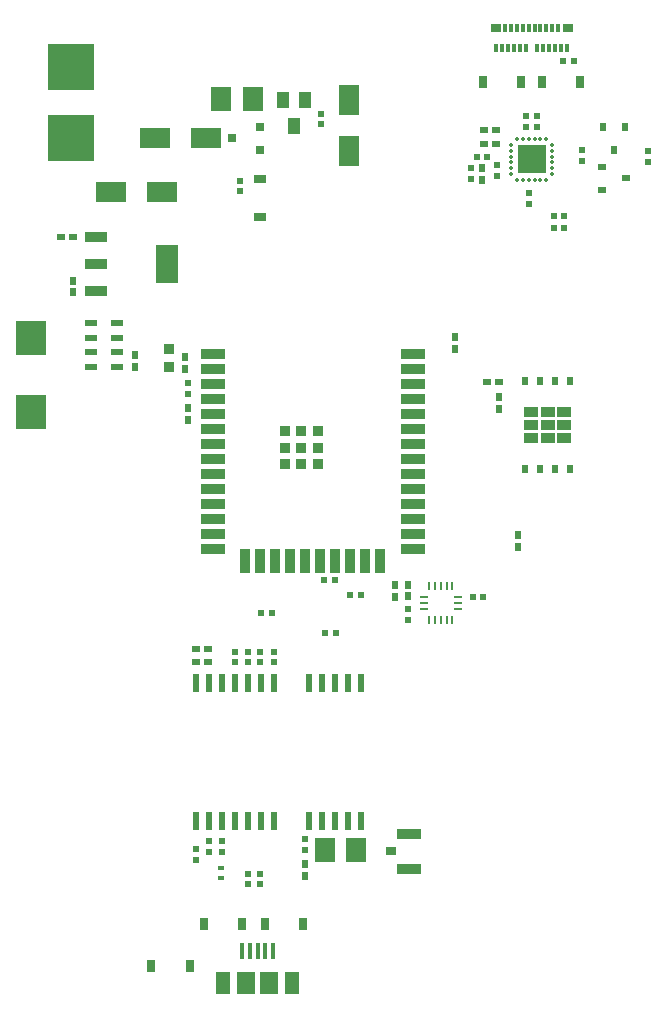
<source format=gtp>
G04*
G04 #@! TF.GenerationSoftware,Altium Limited,Altium Designer,22.5.1 (42)*
G04*
G04 Layer_Color=8421504*
%FSLAX25Y25*%
%MOIN*%
G70*
G04*
G04 #@! TF.SameCoordinates,59F3AC89-7B28-4FAD-B6AF-993134B08C1D*
G04*
G04*
G04 #@! TF.FilePolarity,Positive*
G04*
G01*
G75*
%ADD21R,0.04842X0.03661*%
%ADD22R,0.04842X0.03661*%
%ADD23R,0.03347X0.03150*%
%ADD24R,0.07874X0.03543*%
%ADD25R,0.01968X0.02559*%
%ADD26R,0.01000X0.02800*%
%ADD27R,0.02800X0.01000*%
%ADD28R,0.02362X0.03150*%
G04:AMPARAMS|DCode=29|XSize=21.65mil|YSize=19.68mil|CornerRadius=2.46mil|HoleSize=0mil|Usage=FLASHONLY|Rotation=90.000|XOffset=0mil|YOffset=0mil|HoleType=Round|Shape=RoundedRectangle|*
%AMROUNDEDRECTD29*
21,1,0.02165,0.01476,0,0,90.0*
21,1,0.01673,0.01968,0,0,90.0*
1,1,0.00492,0.00738,0.00837*
1,1,0.00492,0.00738,-0.00837*
1,1,0.00492,-0.00738,-0.00837*
1,1,0.00492,-0.00738,0.00837*
%
%ADD29ROUNDEDRECTD29*%
%ADD30R,0.02362X0.06299*%
%ADD31R,0.04331X0.02362*%
%ADD32R,0.10039X0.11614*%
%ADD33R,0.03150X0.03937*%
%ADD34R,0.07000X0.08000*%
%ADD35R,0.03937X0.05512*%
%ADD36R,0.10433X0.06890*%
%ADD37R,0.02362X0.01575*%
%ADD38R,0.07874X0.03543*%
%ADD39R,0.03543X0.07874*%
%ADD40R,0.03543X0.03543*%
%ADD41R,0.09646X0.09646*%
%ADD42O,0.01772X0.01378*%
%ADD43O,0.01378X0.01772*%
%ADD44R,0.15748X0.15748*%
%ADD45R,0.03740X0.03740*%
%ADD46R,0.02441X0.02953*%
%ADD47R,0.07480X0.03543*%
%ADD48R,0.07480X0.12598*%
%ADD49R,0.03150X0.03150*%
%ADD50R,0.03543X0.02756*%
%ADD51R,0.01181X0.02756*%
%ADD52R,0.01575X0.05315*%
%ADD53R,0.05906X0.07480*%
%ADD54R,0.04724X0.07480*%
%ADD55R,0.02953X0.02441*%
%ADD56R,0.06890X0.10433*%
%ADD57R,0.03150X0.02362*%
G04:AMPARAMS|DCode=58|XSize=21.65mil|YSize=19.68mil|CornerRadius=2.46mil|HoleSize=0mil|Usage=FLASHONLY|Rotation=0.000|XOffset=0mil|YOffset=0mil|HoleType=Round|Shape=RoundedRectangle|*
%AMROUNDEDRECTD58*
21,1,0.02165,0.01476,0,0,0.0*
21,1,0.01673,0.01968,0,0,0.0*
1,1,0.00492,0.00837,-0.00738*
1,1,0.00492,-0.00837,-0.00738*
1,1,0.00492,-0.00837,0.00738*
1,1,0.00492,0.00837,0.00738*
%
%ADD58ROUNDEDRECTD58*%
%ADD59R,0.03937X0.03150*%
D21*
X936714Y645956D02*
D03*
X931084D02*
D03*
X925454D02*
D03*
D22*
X936714Y641507D02*
D03*
X931084D02*
D03*
X925454Y641507D02*
D03*
X936714Y637058D02*
D03*
X931084Y637058D02*
D03*
X925454Y637058D02*
D03*
D23*
X878896Y499393D02*
D03*
D24*
X884900Y493487D02*
D03*
Y505299D02*
D03*
D25*
X938584Y656291D02*
D03*
X933584D02*
D03*
X928584D02*
D03*
X923584D02*
D03*
X938584Y626724D02*
D03*
X933584D02*
D03*
X928584D02*
D03*
X923584D02*
D03*
D26*
X891600Y576600D02*
D03*
X893500D02*
D03*
X895500D02*
D03*
X897500D02*
D03*
X899400D02*
D03*
Y587800D02*
D03*
X897500D02*
D03*
X895500D02*
D03*
X893500D02*
D03*
X891600D02*
D03*
D27*
X901100Y580200D02*
D03*
Y582200D02*
D03*
Y584200D02*
D03*
X889900D02*
D03*
Y582200D02*
D03*
Y580200D02*
D03*
D28*
X949539Y740952D02*
D03*
X957019D02*
D03*
X953279Y732999D02*
D03*
D29*
X860472Y572100D02*
D03*
X856928D02*
D03*
X860172Y589700D02*
D03*
X856628D02*
D03*
X865400Y584700D02*
D03*
X868943D02*
D03*
X911070Y730974D02*
D03*
X907527D02*
D03*
X936672Y707200D02*
D03*
X933128D02*
D03*
X936672Y711200D02*
D03*
X933128D02*
D03*
X906128Y584200D02*
D03*
X909672D02*
D03*
X936208Y762743D02*
D03*
X939751D02*
D03*
X839172Y578700D02*
D03*
X835628D02*
D03*
D30*
X813841Y509639D02*
D03*
X818172D02*
D03*
X822502D02*
D03*
X826833D02*
D03*
X835495D02*
D03*
X839825D02*
D03*
X851636D02*
D03*
X855967D02*
D03*
X860298D02*
D03*
X864628D02*
D03*
X868959D02*
D03*
Y555639D02*
D03*
X864628D02*
D03*
X860298D02*
D03*
X855967D02*
D03*
X851636D02*
D03*
X839825D02*
D03*
X835495D02*
D03*
X831164D02*
D03*
X826833D02*
D03*
X822502D02*
D03*
X818172D02*
D03*
X813841D02*
D03*
X831164Y509639D02*
D03*
D31*
X787565Y675543D02*
D03*
Y670621D02*
D03*
Y665700D02*
D03*
Y660779D02*
D03*
X778904Y675543D02*
D03*
Y670621D02*
D03*
Y665700D02*
D03*
Y660779D02*
D03*
D32*
X758900Y645897D02*
D03*
Y670503D02*
D03*
D33*
X829404Y475139D02*
D03*
X816648D02*
D03*
X909651Y755700D02*
D03*
X922406D02*
D03*
X811778Y461139D02*
D03*
X799022D02*
D03*
X929143Y755700D02*
D03*
X941899D02*
D03*
X836963Y475139D02*
D03*
X849719D02*
D03*
D34*
X822400Y750200D02*
D03*
X832900D02*
D03*
X867400Y499700D02*
D03*
X856900D02*
D03*
D35*
X846538Y741145D02*
D03*
X850278Y749806D02*
D03*
X842798D02*
D03*
D36*
X817136Y737011D02*
D03*
X800207D02*
D03*
X785711Y719169D02*
D03*
X802640D02*
D03*
D37*
X822400Y493972D02*
D03*
Y490428D02*
D03*
D38*
X886365Y665209D02*
D03*
Y660209D02*
D03*
Y655209D02*
D03*
Y650209D02*
D03*
Y645209D02*
D03*
Y640209D02*
D03*
Y635209D02*
D03*
Y630209D02*
D03*
Y625209D02*
D03*
Y620209D02*
D03*
Y615209D02*
D03*
Y610209D02*
D03*
Y605209D02*
D03*
Y600209D02*
D03*
X819435D02*
D03*
Y605209D02*
D03*
Y610209D02*
D03*
Y615209D02*
D03*
Y620209D02*
D03*
Y625209D02*
D03*
Y630209D02*
D03*
Y635209D02*
D03*
Y640209D02*
D03*
Y645209D02*
D03*
Y650209D02*
D03*
Y655209D02*
D03*
Y660209D02*
D03*
Y665209D02*
D03*
D39*
X875400Y596272D02*
D03*
X870400D02*
D03*
X865400D02*
D03*
X860400D02*
D03*
X855400D02*
D03*
X850400D02*
D03*
X845400D02*
D03*
X840400D02*
D03*
X835400D02*
D03*
X830400D02*
D03*
D40*
X848963Y628457D02*
D03*
D03*
Y633968D02*
D03*
Y639480D02*
D03*
X854475Y628457D02*
D03*
Y633968D02*
D03*
Y639480D02*
D03*
X843451Y628457D02*
D03*
Y633968D02*
D03*
Y639480D02*
D03*
D41*
X925775Y729987D02*
D03*
D42*
X932566Y734909D02*
D03*
Y732940D02*
D03*
Y730972D02*
D03*
Y729003D02*
D03*
Y727035D02*
D03*
Y725066D02*
D03*
X918984D02*
D03*
Y727035D02*
D03*
Y729003D02*
D03*
Y730972D02*
D03*
Y732940D02*
D03*
Y734909D02*
D03*
D43*
X930696Y723196D02*
D03*
X928728D02*
D03*
X926759D02*
D03*
X924791D02*
D03*
X922822D02*
D03*
X920854D02*
D03*
Y736779D02*
D03*
X922822D02*
D03*
X924791D02*
D03*
X926759D02*
D03*
X928728D02*
D03*
X930696D02*
D03*
D44*
X772400Y737200D02*
D03*
Y760822D02*
D03*
D45*
X804900Y660747D02*
D03*
Y666653D02*
D03*
D46*
X900400Y666732D02*
D03*
Y670669D02*
D03*
X810400Y664169D02*
D03*
Y660231D02*
D03*
X811400Y643231D02*
D03*
Y647169D02*
D03*
X914900Y646732D02*
D03*
Y650669D02*
D03*
X793704Y664842D02*
D03*
Y660905D02*
D03*
X880400Y584232D02*
D03*
Y588168D02*
D03*
X884461Y584356D02*
D03*
Y588293D02*
D03*
X850400Y491231D02*
D03*
Y495169D02*
D03*
X772900Y689608D02*
D03*
Y685671D02*
D03*
X909194Y723264D02*
D03*
Y727201D02*
D03*
X921400Y600763D02*
D03*
Y604700D02*
D03*
D47*
X780687Y704287D02*
D03*
Y695231D02*
D03*
Y686176D02*
D03*
D48*
X804113Y695231D02*
D03*
D49*
X825947Y737011D02*
D03*
X835396Y740751D02*
D03*
Y733271D02*
D03*
D50*
X937783Y773702D02*
D03*
X913767D02*
D03*
D51*
X934633D02*
D03*
X932665D02*
D03*
X930696D02*
D03*
X928728D02*
D03*
X926759D02*
D03*
X924791D02*
D03*
X922822D02*
D03*
X920854D02*
D03*
X918885D02*
D03*
X916917D02*
D03*
X913964Y767009D02*
D03*
X915932D02*
D03*
X917901D02*
D03*
X919869D02*
D03*
X921838D02*
D03*
X923806D02*
D03*
X927743D02*
D03*
X929712D02*
D03*
X931680D02*
D03*
X933649D02*
D03*
X935618D02*
D03*
X937586D02*
D03*
D52*
X829345Y466269D02*
D03*
X831904D02*
D03*
X834463D02*
D03*
X837022D02*
D03*
X839581D02*
D03*
D53*
X830526Y455639D02*
D03*
X838400D02*
D03*
D54*
X823046D02*
D03*
X845880D02*
D03*
D55*
X910072Y735109D02*
D03*
X914009D02*
D03*
X909932Y739700D02*
D03*
X913869D02*
D03*
X910932Y655700D02*
D03*
X914869D02*
D03*
X813931Y566700D02*
D03*
X817869D02*
D03*
X814057Y562439D02*
D03*
X817994D02*
D03*
X768931Y704200D02*
D03*
X772869D02*
D03*
D56*
X864899Y732739D02*
D03*
Y749669D02*
D03*
D57*
X949302Y719958D02*
D03*
Y727438D02*
D03*
X957255Y723698D02*
D03*
D58*
X811400Y655472D02*
D03*
Y651928D02*
D03*
X914386Y728117D02*
D03*
Y724574D02*
D03*
X905506Y727004D02*
D03*
Y723461D02*
D03*
X924900Y715200D02*
D03*
Y718743D02*
D03*
X942694Y729456D02*
D03*
Y732999D02*
D03*
X964500Y732829D02*
D03*
Y729285D02*
D03*
X884461Y576553D02*
D03*
Y580096D02*
D03*
X835400Y488360D02*
D03*
Y491903D02*
D03*
X831400Y488360D02*
D03*
Y491903D02*
D03*
X826900Y565911D02*
D03*
Y562367D02*
D03*
X831400Y565911D02*
D03*
Y562367D02*
D03*
X822554Y499228D02*
D03*
Y502772D02*
D03*
X835400Y562367D02*
D03*
Y565911D02*
D03*
X839900D02*
D03*
Y562367D02*
D03*
X850400Y499928D02*
D03*
Y503472D02*
D03*
X818400Y502772D02*
D03*
Y499228D02*
D03*
X828703Y719365D02*
D03*
Y722909D02*
D03*
X855746Y741736D02*
D03*
Y745279D02*
D03*
X927650Y740928D02*
D03*
Y744472D02*
D03*
X923900Y740928D02*
D03*
Y744472D02*
D03*
X813900Y500139D02*
D03*
Y496596D02*
D03*
D59*
X835396Y710822D02*
D03*
Y723578D02*
D03*
M02*

</source>
